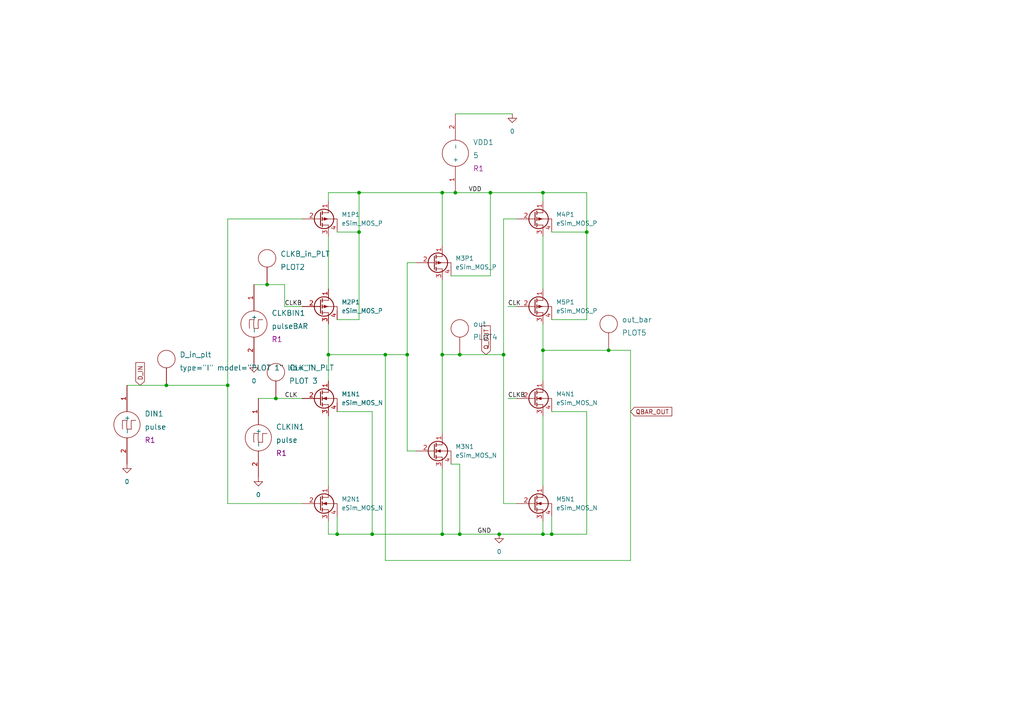
<source format=kicad_sch>
(kicad_sch (version 20211123) (generator eeschema)

  (uuid 143f7664-cd1a-4384-82f7-093cac5bfd7a)

  (paper "A4")

  (lib_symbols
    (symbol "eSim_Devices:eSim_MOS_N" (pin_names (offset 0) hide) (in_bom yes) (on_board yes)
      (property "Reference" "M" (id 0) (at 0 -3.81 0)
        (effects (font (size 1.27 1.27)) (justify right))
      )
      (property "Value" "eSim_MOS_N" (id 1) (at 2.54 -1.27 0)
        (effects (font (size 1.27 1.27)) (justify right))
      )
      (property "Footprint" "" (id 2) (at 7.62 -7.62 0)
        (effects (font (size 0.7366 0.7366)))
      )
      (property "Datasheet" "" (id 3) (at 2.54 -5.08 0)
        (effects (font (size 1.524 1.524)))
      )
      (symbol "eSim_MOS_N_0_1"
        (polyline
          (pts
            (xy 3.302 -7.366)
            (xy 3.302 -6.35)
          )
          (stroke (width 0.254) (type default) (color 0 0 0 0))
          (fill (type none))
        )
        (polyline
          (pts
            (xy 3.302 -6.858)
            (xy 5.08 -6.858)
          )
          (stroke (width 0) (type default) (color 0 0 0 0))
          (fill (type none))
        )
        (polyline
          (pts
            (xy 3.302 -5.588)
            (xy 3.302 -4.572)
          )
          (stroke (width 0.254) (type default) (color 0 0 0 0))
          (fill (type none))
        )
        (polyline
          (pts
            (xy 3.302 -5.08)
            (xy 5.08 -5.08)
          )
          (stroke (width 0) (type default) (color 0 0 0 0))
          (fill (type none))
        )
        (polyline
          (pts
            (xy 3.302 -3.81)
            (xy 3.302 -2.794)
          )
          (stroke (width 0.254) (type default) (color 0 0 0 0))
          (fill (type none))
        )
        (polyline
          (pts
            (xy 3.302 -3.302)
            (xy 5.08 -3.302)
          )
          (stroke (width 0) (type default) (color 0 0 0 0))
          (fill (type none))
        )
        (polyline
          (pts
            (xy 5.08 -7.62)
            (xy 5.08 -6.858)
          )
          (stroke (width 0) (type default) (color 0 0 0 0))
          (fill (type none))
        )
        (polyline
          (pts
            (xy 5.08 -3.302)
            (xy 5.08 -2.54)
          )
          (stroke (width 0) (type default) (color 0 0 0 0))
          (fill (type none))
        )
        (polyline
          (pts
            (xy 2.794 -6.985)
            (xy 2.794 -3.175)
            (xy 2.794 -3.175)
          )
          (stroke (width 0.254) (type default) (color 0 0 0 0))
          (fill (type none))
        )
        (polyline
          (pts
            (xy 5.08 -5.08)
            (xy 7.62 -5.08)
            (xy 7.62 -6.35)
          )
          (stroke (width 0) (type default) (color 0 0 0 0))
          (fill (type none))
        )
        (polyline
          (pts
            (xy 3.556 -5.08)
            (xy 4.572 -5.461)
            (xy 4.572 -4.699)
            (xy 3.556 -5.08)
          )
          (stroke (width 0) (type default) (color 0 0 0 0))
          (fill (type outline))
        )
        (circle (center 3.81 -5.08) (radius 2.8194)
          (stroke (width 0.254) (type default) (color 0 0 0 0))
          (fill (type none))
        )
      )
      (symbol "eSim_MOS_N_1_1"
        (pin passive line (at 5.08 0 270) (length 2.54)
          (name "D" (effects (font (size 1.27 1.27))))
          (number "1" (effects (font (size 1.27 1.27))))
        )
        (pin passive line (at -2.54 -5.08 0) (length 5.334)
          (name "G" (effects (font (size 1.27 1.27))))
          (number "2" (effects (font (size 1.27 1.27))))
        )
        (pin passive line (at 5.08 -10.16 90) (length 2.54)
          (name "S" (effects (font (size 1.27 1.27))))
          (number "3" (effects (font (size 1.27 1.27))))
        )
        (pin passive line (at 7.62 -8.89 90) (length 2.4892)
          (name "B" (effects (font (size 1.1938 1.1938))))
          (number "4" (effects (font (size 1.1938 1.1938))))
        )
      )
    )
    (symbol "eSim_Devices:eSim_MOS_P" (pin_names (offset 0) hide) (in_bom yes) (on_board yes)
      (property "Reference" "M" (id 0) (at -1.27 1.27 0)
        (effects (font (size 1.27 1.27)) (justify right))
      )
      (property "Value" "eSim_MOS_P" (id 1) (at 1.27 3.81 0)
        (effects (font (size 1.27 1.27)) (justify right))
      )
      (property "Footprint" "" (id 2) (at 6.35 2.54 0)
        (effects (font (size 0.7366 0.7366)))
      )
      (property "Datasheet" "" (id 3) (at 1.27 0 0)
        (effects (font (size 1.524 1.524)))
      )
      (symbol "eSim_MOS_P_0_1"
        (polyline
          (pts
            (xy 2.032 -1.778)
            (xy 3.81 -1.778)
          )
          (stroke (width 0) (type default) (color 0 0 0 0))
          (fill (type none))
        )
        (polyline
          (pts
            (xy 2.032 -1.27)
            (xy 2.032 -2.286)
          )
          (stroke (width 0.254) (type default) (color 0 0 0 0))
          (fill (type none))
        )
        (polyline
          (pts
            (xy 2.032 0)
            (xy 3.81 0)
          )
          (stroke (width 0) (type default) (color 0 0 0 0))
          (fill (type none))
        )
        (polyline
          (pts
            (xy 2.032 0.508)
            (xy 2.032 -0.508)
          )
          (stroke (width 0.254) (type default) (color 0 0 0 0))
          (fill (type none))
        )
        (polyline
          (pts
            (xy 2.032 1.778)
            (xy 3.81 1.778)
          )
          (stroke (width 0) (type default) (color 0 0 0 0))
          (fill (type none))
        )
        (polyline
          (pts
            (xy 2.032 2.286)
            (xy 2.032 1.27)
          )
          (stroke (width 0.254) (type default) (color 0 0 0 0))
          (fill (type none))
        )
        (polyline
          (pts
            (xy 3.81 -1.778)
            (xy 3.81 -2.54)
          )
          (stroke (width 0) (type default) (color 0 0 0 0))
          (fill (type none))
        )
        (polyline
          (pts
            (xy 3.81 2.54)
            (xy 3.81 1.778)
          )
          (stroke (width 0) (type default) (color 0 0 0 0))
          (fill (type none))
        )
        (polyline
          (pts
            (xy 1.524 1.905)
            (xy 1.524 -1.905)
            (xy 1.524 -1.905)
          )
          (stroke (width 0.254) (type default) (color 0 0 0 0))
          (fill (type none))
        )
        (polyline
          (pts
            (xy 3.81 0)
            (xy 6.35 0)
            (xy 6.35 -1.27)
          )
          (stroke (width 0) (type default) (color 0 0 0 0))
          (fill (type none))
        )
        (polyline
          (pts
            (xy 3.556 0)
            (xy 2.54 -0.381)
            (xy 2.54 0.381)
            (xy 3.556 0)
          )
          (stroke (width 0) (type default) (color 0 0 0 0))
          (fill (type outline))
        )
        (circle (center 2.54 0) (radius 2.8194)
          (stroke (width 0.254) (type default) (color 0 0 0 0))
          (fill (type none))
        )
      )
      (symbol "eSim_MOS_P_1_1"
        (pin passive line (at 3.81 5.08 270) (length 2.54)
          (name "D" (effects (font (size 1.27 1.27))))
          (number "1" (effects (font (size 1.27 1.27))))
        )
        (pin passive line (at -3.81 0 0) (length 5.334)
          (name "G" (effects (font (size 1.27 1.27))))
          (number "2" (effects (font (size 1.27 1.27))))
        )
        (pin passive line (at 3.81 -5.08 90) (length 2.54)
          (name "S" (effects (font (size 1.27 1.27))))
          (number "3" (effects (font (size 1.27 1.27))))
        )
        (pin passive line (at 6.35 -3.81 90) (length 2.54)
          (name "B" (effects (font (size 1.27 1.27))))
          (number "4" (effects (font (size 1.27 1.27))))
        )
      )
    )
    (symbol "eSim_Plot:plot_v1" (pin_names (offset 1.016)) (in_bom yes) (on_board yes)
      (property "Reference" "U" (id 0) (at 0 12.7 0)
        (effects (font (size 1.524 1.524)))
      )
      (property "Value" "plot_v1" (id 1) (at 5.08 8.89 0)
        (effects (font (size 1.524 1.524)))
      )
      (property "Footprint" "" (id 2) (at 0 0 0)
        (effects (font (size 1.524 1.524)))
      )
      (property "Datasheet" "" (id 3) (at 0 0 0)
        (effects (font (size 1.524 1.524)))
      )
      (symbol "plot_v1_0_1"
        (circle (center 0 12.7) (radius 2.54)
          (stroke (width 0) (type default) (color 0 0 0 0))
          (fill (type none))
        )
      )
      (symbol "plot_v1_1_1"
        (pin input line (at 0 5.08 90) (length 5.08)
          (name "~" (effects (font (size 1.27 1.27))))
          (number "~" (effects (font (size 1.27 1.27))))
        )
      )
    )
    (symbol "eSim_Power:eSim_GND" (power) (pin_names (offset 0)) (in_bom yes) (on_board yes)
      (property "Reference" "#PWR" (id 0) (at 0 -6.35 0)
        (effects (font (size 1.27 1.27)) hide)
      )
      (property "Value" "eSim_GND" (id 1) (at 0 -3.81 0)
        (effects (font (size 1.27 1.27)))
      )
      (property "Footprint" "" (id 2) (at 0 0 0)
        (effects (font (size 1.27 1.27)) hide)
      )
      (property "Datasheet" "" (id 3) (at 0 0 0)
        (effects (font (size 1.27 1.27)) hide)
      )
      (symbol "eSim_GND_0_1"
        (polyline
          (pts
            (xy 0 0)
            (xy 0 -1.27)
            (xy 1.27 -1.27)
            (xy 0 -2.54)
            (xy -1.27 -1.27)
            (xy 0 -1.27)
          )
          (stroke (width 0) (type default) (color 0 0 0 0))
          (fill (type none))
        )
      )
      (symbol "eSim_GND_1_1"
        (pin power_in line (at 0 0 270) (length 0) hide
          (name "GND" (effects (font (size 1.27 1.27))))
          (number "1" (effects (font (size 1.27 1.27))))
        )
      )
    )
    (symbol "eSim_Sources:DC" (pin_names (offset 1.016)) (in_bom yes) (on_board yes)
      (property "Reference" "v" (id 0) (at -5.08 2.54 0)
        (effects (font (size 1.524 1.524)))
      )
      (property "Value" "DC" (id 1) (at -5.08 -1.27 0)
        (effects (font (size 1.524 1.524)))
      )
      (property "Footprint" "R1" (id 2) (at -7.62 0 0)
        (effects (font (size 1.524 1.524)))
      )
      (property "Datasheet" "" (id 3) (at 0 0 0)
        (effects (font (size 1.524 1.524)))
      )
      (property "ki_fp_filters" "1_pin" (id 4) (at 0 0 0)
        (effects (font (size 1.27 1.27)) hide)
      )
      (symbol "DC_0_1"
        (circle (center 0 0) (radius 3.81)
          (stroke (width 0) (type default) (color 0 0 0 0))
          (fill (type none))
        )
      )
      (symbol "DC_1_1"
        (pin power_out line (at 0 11.43 270) (length 7.62)
          (name "+" (effects (font (size 1.27 1.27))))
          (number "1" (effects (font (size 1.27 1.27))))
        )
        (pin power_out line (at 0 -11.43 90) (length 7.62)
          (name "-" (effects (font (size 1.27 1.27))))
          (number "2" (effects (font (size 1.27 1.27))))
        )
      )
    )
    (symbol "eSim_Sources:pulse" (pin_names (offset 1.016)) (in_bom yes) (on_board yes)
      (property "Reference" "v" (id 0) (at -5.08 2.54 0)
        (effects (font (size 1.524 1.524)))
      )
      (property "Value" "pulse" (id 1) (at -5.08 -1.27 0)
        (effects (font (size 1.524 1.524)))
      )
      (property "Footprint" "R1" (id 2) (at -7.62 0 0)
        (effects (font (size 1.524 1.524)))
      )
      (property "Datasheet" "" (id 3) (at 0 0 0)
        (effects (font (size 1.524 1.524)))
      )
      (property "ki_fp_filters" "1_pin" (id 4) (at 0 0 0)
        (effects (font (size 1.27 1.27)) hide)
      )
      (symbol "pulse_0_1"
        (arc (start -1.27 1.27) (mid -1.3491 0) (end -1.27 -1.27)
          (stroke (width 0) (type default) (color 0 0 0 0))
          (fill (type none))
        )
        (arc (start 0 -1.27) (mid 0.635 -1.2876) (end 1.27 -1.27)
          (stroke (width 0) (type default) (color 0 0 0 0))
          (fill (type none))
        )
        (circle (center 0 0) (radius 3.81)
          (stroke (width 0) (type default) (color 0 0 0 0))
          (fill (type none))
        )
        (arc (start 0 1.27) (mid -0.635 1.2859) (end -1.27 1.27)
          (stroke (width 0) (type default) (color 0 0 0 0))
          (fill (type none))
        )
        (arc (start 0 1.27) (mid -0.0703 0) (end 0 -1.27)
          (stroke (width 0) (type default) (color 0 0 0 0))
          (fill (type none))
        )
        (arc (start 1.27 1.27) (mid 1.2124 0) (end 1.27 -1.27)
          (stroke (width 0) (type default) (color 0 0 0 0))
          (fill (type none))
        )
        (arc (start 1.27 1.27) (mid 1.905 1.2556) (end 2.54 1.27)
          (stroke (width 0) (type default) (color 0 0 0 0))
          (fill (type none))
        )
      )
      (symbol "pulse_1_1"
        (pin passive line (at 0 11.43 270) (length 7.62)
          (name "+" (effects (font (size 1.27 1.27))))
          (number "1" (effects (font (size 1.27 1.27))))
        )
        (pin passive line (at 0 -11.43 90) (length 7.62)
          (name "-" (effects (font (size 1.27 1.27))))
          (number "2" (effects (font (size 1.27 1.27))))
        )
      )
    )
  )


  (junction (at 104.14 55.88) (diameter 0) (color 0 0 0 0)
    (uuid 00528f4c-d375-43c3-beb8-b30ae67fd959)
  )
  (junction (at 97.79 154.94) (diameter 0) (color 0 0 0 0)
    (uuid 040c4518-1740-4f34-8d33-97c43307eda5)
  )
  (junction (at 146.05 102.87) (diameter 0) (color 0 0 0 0)
    (uuid 120e5c53-b715-4015-8ac9-4699e131e09e)
  )
  (junction (at 104.14 67.31) (diameter 0) (color 0 0 0 0)
    (uuid 1220c9ae-9aba-4f68-b139-9b0dafb79d37)
  )
  (junction (at 157.48 101.6) (diameter 0) (color 0 0 0 0)
    (uuid 1c2ee982-1a9f-41c8-a415-bc1c11f9c8b7)
  )
  (junction (at 133.35 102.87) (diameter 0) (color 0 0 0 0)
    (uuid 26ca8dda-bb0f-4a27-8709-9ae37920dccb)
  )
  (junction (at 77.47 82.55) (diameter 0) (color 0 0 0 0)
    (uuid 29696c10-b82e-440e-9e35-52ca58bff011)
  )
  (junction (at 48.26 111.76) (diameter 0) (color 0 0 0 0)
    (uuid 393dfb75-862f-4518-9c31-1abc74e40ca5)
  )
  (junction (at 170.18 67.31) (diameter 0) (color 0 0 0 0)
    (uuid 3ac0bac5-bb53-46ee-b9b2-cfa869f1a69c)
  )
  (junction (at 95.25 102.87) (diameter 0) (color 0 0 0 0)
    (uuid 4aa1599f-6f00-4a15-915f-454cd380224d)
  )
  (junction (at 157.48 55.88) (diameter 0) (color 0 0 0 0)
    (uuid 524bc97c-627d-484e-9b29-973134ac85f2)
  )
  (junction (at 80.01 115.57) (diameter 0) (color 0 0 0 0)
    (uuid 57e440a5-99b7-4292-b042-b1a1739b9c84)
  )
  (junction (at 144.78 154.94) (diameter 0) (color 0 0 0 0)
    (uuid 5ac8ea3f-2392-4bb0-a4cc-6d2bd116de5c)
  )
  (junction (at 133.35 154.94) (diameter 0) (color 0 0 0 0)
    (uuid 5ca0c7c4-c72d-4c58-becb-f8c846db777f)
  )
  (junction (at 128.27 154.94) (diameter 0) (color 0 0 0 0)
    (uuid 647d7f0f-fd0c-4fa3-8f91-f6d5e94b6fdc)
  )
  (junction (at 132.08 55.88) (diameter 0) (color 0 0 0 0)
    (uuid 69f79c59-eb58-4832-ae54-c4d159926c0e)
  )
  (junction (at 176.53 101.6) (diameter 0) (color 0 0 0 0)
    (uuid 77cb96c9-07f1-4eb1-a8ba-1c1ede76d2a2)
  )
  (junction (at 142.24 55.88) (diameter 0) (color 0 0 0 0)
    (uuid 9095036e-0202-4dc4-a6f4-7080852b7608)
  )
  (junction (at 107.95 154.94) (diameter 0) (color 0 0 0 0)
    (uuid a72bf48b-95e4-4d81-a9df-d39471b3f0bc)
  )
  (junction (at 66.04 111.76) (diameter 0) (color 0 0 0 0)
    (uuid b5f68bb6-6aff-4bd7-b9f3-2f17a7fda983)
  )
  (junction (at 160.02 154.94) (diameter 0) (color 0 0 0 0)
    (uuid bd86a9ed-24d6-43e8-8fe8-90cf0af3df4a)
  )
  (junction (at 118.11 102.87) (diameter 0) (color 0 0 0 0)
    (uuid cbb888e9-9138-4529-9053-c779609e90a0)
  )
  (junction (at 128.27 102.87) (diameter 0) (color 0 0 0 0)
    (uuid d3697d15-b317-4b25-9859-c50bb9b623f6)
  )
  (junction (at 111.76 102.87) (diameter 0) (color 0 0 0 0)
    (uuid d4169d7f-ca32-43e5-bd1c-15e10ef33851)
  )
  (junction (at 157.48 154.94) (diameter 0) (color 0 0 0 0)
    (uuid ee6d51a3-9a56-47b4-8aee-75366546467b)
  )
  (junction (at 128.27 55.88) (diameter 0) (color 0 0 0 0)
    (uuid fb09501a-5099-43cc-b52f-227d13711877)
  )

  (wire (pts (xy 104.14 67.31) (xy 104.14 92.71))
    (stroke (width 0) (type default) (color 0 0 0 0))
    (uuid 006d5c4d-6fc2-4b6e-b984-44d955bbe113)
  )
  (wire (pts (xy 176.53 101.6) (xy 157.48 101.6))
    (stroke (width 0) (type default) (color 0 0 0 0))
    (uuid 07dd22dc-49e1-4000-990c-dd0aadae920e)
  )
  (wire (pts (xy 157.48 55.88) (xy 170.18 55.88))
    (stroke (width 0) (type default) (color 0 0 0 0))
    (uuid 09d96c6b-2b37-4e69-80bb-d79e8042f8fe)
  )
  (wire (pts (xy 95.25 151.13) (xy 95.25 154.94))
    (stroke (width 0) (type default) (color 0 0 0 0))
    (uuid 0b83d7f1-4b4b-4cb7-ba90-6dd8c341a6c8)
  )
  (wire (pts (xy 95.25 58.42) (xy 95.25 55.88))
    (stroke (width 0) (type default) (color 0 0 0 0))
    (uuid 0d0f5e66-9d2f-4d59-a02e-a3d0e02dd8e1)
  )
  (wire (pts (xy 104.14 55.88) (xy 104.14 67.31))
    (stroke (width 0) (type default) (color 0 0 0 0))
    (uuid 0f3c9d89-6e2c-490c-a6a8-52f518ec556e)
  )
  (wire (pts (xy 107.95 119.38) (xy 107.95 154.94))
    (stroke (width 0) (type default) (color 0 0 0 0))
    (uuid 1558263a-86c7-4341-b593-222105dd354d)
  )
  (wire (pts (xy 133.35 154.94) (xy 144.78 154.94))
    (stroke (width 0) (type default) (color 0 0 0 0))
    (uuid 1cdc7814-1d40-4b49-b1b4-d5d55349357b)
  )
  (wire (pts (xy 82.55 88.9) (xy 87.63 88.9))
    (stroke (width 0) (type default) (color 0 0 0 0))
    (uuid 20d6b643-4e0c-4ce8-8184-9b560ec07ff5)
  )
  (wire (pts (xy 95.25 93.98) (xy 95.25 102.87))
    (stroke (width 0) (type default) (color 0 0 0 0))
    (uuid 2251b8d8-88f2-41f5-83b5-190003fc9e12)
  )
  (wire (pts (xy 132.08 33.02) (xy 148.59 33.02))
    (stroke (width 0) (type default) (color 0 0 0 0))
    (uuid 27e5e269-2c1e-4ecc-a3cb-a11d0236abd1)
  )
  (wire (pts (xy 95.25 102.87) (xy 111.76 102.87))
    (stroke (width 0) (type default) (color 0 0 0 0))
    (uuid 28379d37-3485-4e5d-93ad-1ac6afab998e)
  )
  (wire (pts (xy 48.26 111.76) (xy 66.04 111.76))
    (stroke (width 0) (type default) (color 0 0 0 0))
    (uuid 29803fa2-4324-46af-9245-a9b5b54ffe16)
  )
  (wire (pts (xy 118.11 76.2) (xy 118.11 102.87))
    (stroke (width 0) (type default) (color 0 0 0 0))
    (uuid 2b62242b-0372-4f49-8bf3-5f2a147b236b)
  )
  (wire (pts (xy 170.18 55.88) (xy 170.18 67.31))
    (stroke (width 0) (type default) (color 0 0 0 0))
    (uuid 2e4dce3e-e3ef-4de7-90b8-469c21be2247)
  )
  (wire (pts (xy 97.79 119.38) (xy 107.95 119.38))
    (stroke (width 0) (type default) (color 0 0 0 0))
    (uuid 32933e42-5c7c-455d-9dfa-94398997559d)
  )
  (wire (pts (xy 97.79 149.86) (xy 97.79 154.94))
    (stroke (width 0) (type default) (color 0 0 0 0))
    (uuid 334cf456-f6f5-4fcc-a042-9a8f0d4b8521)
  )
  (wire (pts (xy 160.02 92.71) (xy 170.18 92.71))
    (stroke (width 0) (type default) (color 0 0 0 0))
    (uuid 3941144e-c270-4f00-a9be-64eb1463b844)
  )
  (wire (pts (xy 128.27 55.88) (xy 128.27 71.12))
    (stroke (width 0) (type default) (color 0 0 0 0))
    (uuid 3a818981-c0a3-4cf9-b06b-77cbdf50903c)
  )
  (wire (pts (xy 147.32 88.9) (xy 149.86 88.9))
    (stroke (width 0) (type default) (color 0 0 0 0))
    (uuid 3de46de8-bae8-40a6-985c-f636d5873623)
  )
  (wire (pts (xy 160.02 154.94) (xy 170.18 154.94))
    (stroke (width 0) (type default) (color 0 0 0 0))
    (uuid 3e269e45-a56e-4e39-9bb1-210088b27891)
  )
  (wire (pts (xy 144.78 154.94) (xy 157.48 154.94))
    (stroke (width 0) (type default) (color 0 0 0 0))
    (uuid 3ebece0e-9213-4c71-83b1-12591db0f728)
  )
  (wire (pts (xy 142.24 80.01) (xy 142.24 55.88))
    (stroke (width 0) (type default) (color 0 0 0 0))
    (uuid 4e3e8480-5408-404c-9708-36db03e05daf)
  )
  (wire (pts (xy 149.86 63.5) (xy 146.05 63.5))
    (stroke (width 0) (type default) (color 0 0 0 0))
    (uuid 4f079269-bd15-4300-a1ca-9b0fbde656fc)
  )
  (wire (pts (xy 95.25 55.88) (xy 104.14 55.88))
    (stroke (width 0) (type default) (color 0 0 0 0))
    (uuid 4f26cadd-c447-4cd8-b7ea-df8d0cb77fe2)
  )
  (wire (pts (xy 182.88 101.6) (xy 176.53 101.6))
    (stroke (width 0) (type default) (color 0 0 0 0))
    (uuid 521781a3-3231-41cb-a0ea-ed3d18cbd358)
  )
  (wire (pts (xy 80.01 115.57) (xy 87.63 115.57))
    (stroke (width 0) (type default) (color 0 0 0 0))
    (uuid 5751b1a0-9baa-4b14-b742-2989c2608d70)
  )
  (wire (pts (xy 157.48 154.94) (xy 160.02 154.94))
    (stroke (width 0) (type default) (color 0 0 0 0))
    (uuid 577a8520-44dd-4134-ba7f-035abe338db0)
  )
  (wire (pts (xy 157.48 120.65) (xy 157.48 140.97))
    (stroke (width 0) (type default) (color 0 0 0 0))
    (uuid 57f4e1e6-fa59-4835-bc54-05caa71b1639)
  )
  (wire (pts (xy 160.02 67.31) (xy 170.18 67.31))
    (stroke (width 0) (type default) (color 0 0 0 0))
    (uuid 59bd0972-fe37-4f94-b17a-0957d7b7a966)
  )
  (wire (pts (xy 97.79 92.71) (xy 104.14 92.71))
    (stroke (width 0) (type default) (color 0 0 0 0))
    (uuid 5c477fd2-269b-43e4-abd7-c72f96bb9bd9)
  )
  (wire (pts (xy 104.14 55.88) (xy 128.27 55.88))
    (stroke (width 0) (type default) (color 0 0 0 0))
    (uuid 5e282d2a-6d8d-45c2-a87a-af82ab608fed)
  )
  (wire (pts (xy 95.25 102.87) (xy 95.25 110.49))
    (stroke (width 0) (type default) (color 0 0 0 0))
    (uuid 5e6a0abb-f392-4ddd-87e1-09fa2ef35b5d)
  )
  (wire (pts (xy 128.27 135.89) (xy 128.27 154.94))
    (stroke (width 0) (type default) (color 0 0 0 0))
    (uuid 5ed75c4b-21d6-44b1-bb62-98abb8ab2b67)
  )
  (wire (pts (xy 118.11 102.87) (xy 118.11 130.81))
    (stroke (width 0) (type default) (color 0 0 0 0))
    (uuid 5f9a3613-b082-4d9f-82c1-2cdad1faf0db)
  )
  (wire (pts (xy 95.25 120.65) (xy 95.25 140.97))
    (stroke (width 0) (type default) (color 0 0 0 0))
    (uuid 675f01c5-ad15-4e72-9b51-028dcd82b122)
  )
  (wire (pts (xy 160.02 119.38) (xy 170.18 119.38))
    (stroke (width 0) (type default) (color 0 0 0 0))
    (uuid 6771a706-3c63-4c08-a2d8-397491f48394)
  )
  (wire (pts (xy 157.48 101.6) (xy 157.48 110.49))
    (stroke (width 0) (type default) (color 0 0 0 0))
    (uuid 692a9131-5fe9-4483-b069-cfac0bbc50de)
  )
  (wire (pts (xy 157.48 55.88) (xy 157.48 58.42))
    (stroke (width 0) (type default) (color 0 0 0 0))
    (uuid 6f96ceda-68d0-4db0-b049-6b99f24bb896)
  )
  (wire (pts (xy 82.55 88.9) (xy 82.55 82.55))
    (stroke (width 0) (type default) (color 0 0 0 0))
    (uuid 70519ff5-785a-49b6-acd2-75b74c99d941)
  )
  (wire (pts (xy 170.18 119.38) (xy 170.18 154.94))
    (stroke (width 0) (type default) (color 0 0 0 0))
    (uuid 7133fe16-676b-4e3a-b979-7f3dfd79727f)
  )
  (wire (pts (xy 146.05 146.05) (xy 149.86 146.05))
    (stroke (width 0) (type default) (color 0 0 0 0))
    (uuid 7f1c1eb0-ce1b-47a2-9652-bf24ace7da58)
  )
  (wire (pts (xy 82.55 82.55) (xy 77.47 82.55))
    (stroke (width 0) (type default) (color 0 0 0 0))
    (uuid 8304ccd9-090d-410e-b633-c7212c9008ae)
  )
  (wire (pts (xy 120.65 76.2) (xy 118.11 76.2))
    (stroke (width 0) (type default) (color 0 0 0 0))
    (uuid 836f2dd0-bf2e-4b94-9dd2-46688dae54fb)
  )
  (wire (pts (xy 111.76 102.87) (xy 111.76 162.56))
    (stroke (width 0) (type default) (color 0 0 0 0))
    (uuid 83bc60a4-b655-4435-9799-4777b3625365)
  )
  (wire (pts (xy 160.02 149.86) (xy 160.02 154.94))
    (stroke (width 0) (type default) (color 0 0 0 0))
    (uuid 85f07f67-03af-4250-89c1-c1d444b81ce4)
  )
  (wire (pts (xy 66.04 111.76) (xy 66.04 146.05))
    (stroke (width 0) (type default) (color 0 0 0 0))
    (uuid 8a8135ef-8451-44c0-b576-04253dc98fce)
  )
  (wire (pts (xy 182.88 162.56) (xy 182.88 101.6))
    (stroke (width 0) (type default) (color 0 0 0 0))
    (uuid 91f031dc-2906-4af6-a981-f0d158c5a093)
  )
  (wire (pts (xy 107.95 154.94) (xy 128.27 154.94))
    (stroke (width 0) (type default) (color 0 0 0 0))
    (uuid 95b1bd4b-5983-4d3b-bb78-55d210d7be47)
  )
  (wire (pts (xy 130.81 134.62) (xy 133.35 134.62))
    (stroke (width 0) (type default) (color 0 0 0 0))
    (uuid 9666096d-1732-49cf-8aa5-a0284c2bfde2)
  )
  (wire (pts (xy 146.05 63.5) (xy 146.05 102.87))
    (stroke (width 0) (type default) (color 0 0 0 0))
    (uuid 98f0fbdc-c9eb-437f-8aa7-1daf5b9020a5)
  )
  (wire (pts (xy 128.27 81.28) (xy 128.27 102.87))
    (stroke (width 0) (type default) (color 0 0 0 0))
    (uuid 9dcf507b-3514-49c1-bb48-e62c6a97657b)
  )
  (wire (pts (xy 74.93 115.57) (xy 80.01 115.57))
    (stroke (width 0) (type default) (color 0 0 0 0))
    (uuid 9f6410b2-403a-45cf-8765-68bbca36bdc2)
  )
  (wire (pts (xy 36.83 111.76) (xy 48.26 111.76))
    (stroke (width 0) (type default) (color 0 0 0 0))
    (uuid 9f64c669-704c-440e-88fb-d32a4a96ac0e)
  )
  (wire (pts (xy 97.79 154.94) (xy 107.95 154.94))
    (stroke (width 0) (type default) (color 0 0 0 0))
    (uuid a0066ab1-27bd-468d-90aa-822535efa088)
  )
  (wire (pts (xy 66.04 63.5) (xy 66.04 111.76))
    (stroke (width 0) (type default) (color 0 0 0 0))
    (uuid a1d43fae-06dc-4e1d-a27d-0f5bf21987bb)
  )
  (wire (pts (xy 77.47 82.55) (xy 73.66 82.55))
    (stroke (width 0) (type default) (color 0 0 0 0))
    (uuid a30c75b1-9284-4b34-8223-d07e87a3dee5)
  )
  (wire (pts (xy 128.27 102.87) (xy 128.27 125.73))
    (stroke (width 0) (type default) (color 0 0 0 0))
    (uuid a834e517-47e5-4f67-ba76-a455752ab36d)
  )
  (wire (pts (xy 142.24 55.88) (xy 157.48 55.88))
    (stroke (width 0) (type default) (color 0 0 0 0))
    (uuid aa131778-65ed-43c4-8a64-bec1e27f1da9)
  )
  (wire (pts (xy 95.25 68.58) (xy 95.25 83.82))
    (stroke (width 0) (type default) (color 0 0 0 0))
    (uuid ae4a25ab-9898-45de-b350-710b2652991c)
  )
  (wire (pts (xy 157.48 151.13) (xy 157.48 154.94))
    (stroke (width 0) (type default) (color 0 0 0 0))
    (uuid b3082645-c2e5-43d2-a7c0-b5d90a85e134)
  )
  (wire (pts (xy 157.48 93.98) (xy 157.48 101.6))
    (stroke (width 0) (type default) (color 0 0 0 0))
    (uuid baa093cd-36fd-41cf-ac20-66fcee913ecd)
  )
  (wire (pts (xy 111.76 162.56) (xy 182.88 162.56))
    (stroke (width 0) (type default) (color 0 0 0 0))
    (uuid bd29de53-d2e9-4665-a498-00b8bfe92583)
  )
  (wire (pts (xy 130.81 80.01) (xy 142.24 80.01))
    (stroke (width 0) (type default) (color 0 0 0 0))
    (uuid bf4c80a1-4433-43d4-aa13-eb2cfe354a0b)
  )
  (wire (pts (xy 87.63 63.5) (xy 66.04 63.5))
    (stroke (width 0) (type default) (color 0 0 0 0))
    (uuid bfa86d51-5198-48ea-ac74-1a24d1386ce7)
  )
  (wire (pts (xy 95.25 154.94) (xy 97.79 154.94))
    (stroke (width 0) (type default) (color 0 0 0 0))
    (uuid c16453ea-1a79-4804-b925-8c3616f4f706)
  )
  (wire (pts (xy 132.08 55.88) (xy 142.24 55.88))
    (stroke (width 0) (type default) (color 0 0 0 0))
    (uuid cd79142f-38fb-4c7f-8e3b-018853f2b4e4)
  )
  (wire (pts (xy 66.04 146.05) (xy 87.63 146.05))
    (stroke (width 0) (type default) (color 0 0 0 0))
    (uuid ce3bbd94-34a9-4beb-95f0-1b9f90677a0e)
  )
  (wire (pts (xy 147.32 115.57) (xy 149.86 115.57))
    (stroke (width 0) (type default) (color 0 0 0 0))
    (uuid d0b80f75-fc5a-47f4-88d6-ea5b60aff775)
  )
  (wire (pts (xy 157.48 68.58) (xy 157.48 83.82))
    (stroke (width 0) (type default) (color 0 0 0 0))
    (uuid d0d50815-5117-41ab-a752-50423984b582)
  )
  (wire (pts (xy 111.76 102.87) (xy 118.11 102.87))
    (stroke (width 0) (type default) (color 0 0 0 0))
    (uuid d0e3c746-52eb-4765-bfa9-9b11b991a2e8)
  )
  (wire (pts (xy 128.27 154.94) (xy 133.35 154.94))
    (stroke (width 0) (type default) (color 0 0 0 0))
    (uuid d58961c9-7538-4ce9-9fb2-c2b5c7cb8e8f)
  )
  (wire (pts (xy 133.35 102.87) (xy 146.05 102.87))
    (stroke (width 0) (type default) (color 0 0 0 0))
    (uuid d716ab90-f9fd-499a-a37a-3b57b711dcc4)
  )
  (wire (pts (xy 133.35 134.62) (xy 133.35 154.94))
    (stroke (width 0) (type default) (color 0 0 0 0))
    (uuid e094f5e3-0fa0-4f83-a46f-82a4d4dbcb74)
  )
  (wire (pts (xy 170.18 67.31) (xy 170.18 92.71))
    (stroke (width 0) (type default) (color 0 0 0 0))
    (uuid f43cd397-813f-4fe9-af74-c0a780971933)
  )
  (wire (pts (xy 128.27 102.87) (xy 133.35 102.87))
    (stroke (width 0) (type default) (color 0 0 0 0))
    (uuid f5287c9f-c7cc-430f-bf8b-613ce1fcc4eb)
  )
  (wire (pts (xy 118.11 130.81) (xy 120.65 130.81))
    (stroke (width 0) (type default) (color 0 0 0 0))
    (uuid fa315eb6-d58d-4b0c-9696-e8bddf2583e0)
  )
  (wire (pts (xy 128.27 55.88) (xy 132.08 55.88))
    (stroke (width 0) (type default) (color 0 0 0 0))
    (uuid fca79ee1-b97e-4811-b92d-c4765d15a39e)
  )
  (wire (pts (xy 146.05 102.87) (xy 146.05 146.05))
    (stroke (width 0) (type default) (color 0 0 0 0))
    (uuid fd8c5aa5-2a1f-4a42-b59a-6b6b507cbf1c)
  )
  (wire (pts (xy 97.79 67.31) (xy 104.14 67.31))
    (stroke (width 0) (type default) (color 0 0 0 0))
    (uuid febd63b4-24e1-4635-bba8-0e3943cd704b)
  )

  (label "CLKB" (at 147.32 115.57 0)
    (effects (font (size 1.27 1.27)) (justify left bottom))
    (uuid 068a42eb-4824-45b2-af0d-e5dab8244ba5)
  )
  (label "VDD" (at 135.89 55.88 0)
    (effects (font (size 1.27 1.27)) (justify left bottom))
    (uuid 3929f6d5-d85a-4316-b1d2-85e19a17f705)
  )
  (label "CLK" (at 82.55 115.57 0)
    (effects (font (size 1.27 1.27)) (justify left bottom))
    (uuid 888e083f-09fb-4c7d-9c84-339c54565d80)
  )
  (label "CLK" (at 147.32 88.9 0)
    (effects (font (size 1.27 1.27)) (justify left bottom))
    (uuid e04b4ffa-a2f1-45c6-b8f9-6bdfbc373a8e)
  )
  (label "CLKB" (at 82.55 88.9 0)
    (effects (font (size 1.27 1.27)) (justify left bottom))
    (uuid f293c25b-f8eb-4e88-a5f5-20ad4e404f69)
  )
  (label "GND" (at 138.43 154.94 0)
    (effects (font (size 1.27 1.27)) (justify left bottom))
    (uuid f4de00ea-f5f2-497f-96c7-874ca5b71669)
  )

  (global_label "D_IN" (shape input) (at 40.64 111.76 90) (fields_autoplaced)
    (effects (font (size 1.27 1.27)) (justify left))
    (uuid a6600bc3-5af2-4072-8bdb-4b07709635c2)
    (property "Intersheet References" "${INTERSHEET_REFS}" (id 0) (at 40.5606 105.174 90)
      (effects (font (size 1.27 1.27)) (justify left) hide)
    )
  )
  (global_label "Q_OUT" (shape input) (at 140.97 102.87 90) (fields_autoplaced)
    (effects (font (size 1.27 1.27)) (justify left))
    (uuid a7f4993b-6028-4443-9619-5f921a27236b)
    (property "Intersheet References" "${INTERSHEET_REFS}" (id 0) (at 140.8906 94.5302 90)
      (effects (font (size 1.27 1.27)) (justify left) hide)
    )
  )
  (global_label "QBAR_OUT" (shape input) (at 182.88 119.38 0) (fields_autoplaced)
    (effects (font (size 1.27 1.27)) (justify left))
    (uuid e561449b-b806-4b1b-bcf0-bef073657768)
    (property "Intersheet References" "${INTERSHEET_REFS}" (id 0) (at 194.8483 119.3006 0)
      (effects (font (size 1.27 1.27)) (justify left) hide)
    )
  )

  (symbol (lib_id "eSim_Devices:eSim_MOS_P") (at 91.44 88.9 0) (unit 1)
    (in_bom yes) (on_board yes) (fields_autoplaced)
    (uuid 189788cf-c0af-489e-a19f-cbdd0c9ada38)
    (property "Reference" "M2P1" (id 0) (at 99.06 87.6299 0)
      (effects (font (size 1.27 1.27)) (justify left))
    )
    (property "Value" "eSim_MOS_P" (id 1) (at 99.06 90.1699 0)
      (effects (font (size 1.27 1.27)) (justify left))
    )
    (property "Footprint" "" (id 2) (at 97.79 86.36 0)
      (effects (font (size 0.7366 0.7366)))
    )
    (property "Datasheet" "" (id 3) (at 92.71 88.9 0)
      (effects (font (size 1.524 1.524)))
    )
    (pin "1" (uuid 58fbf55c-aabf-416b-873f-200deafd2753))
    (pin "2" (uuid 14dc445f-61a9-4901-a9c5-a2028af65f12))
    (pin "3" (uuid fc85c9a6-c7cf-41c4-a7de-e9479f0492f2))
    (pin "4" (uuid c1c384fe-e75b-4bde-af33-37588fc66c1f))
  )

  (symbol (lib_id "eSim_Devices:eSim_MOS_P") (at 91.44 63.5 0) (unit 1)
    (in_bom yes) (on_board yes) (fields_autoplaced)
    (uuid 28e7ad96-ed15-45c0-962b-b79fc5f3b99f)
    (property "Reference" "M1P1" (id 0) (at 99.06 62.2299 0)
      (effects (font (size 1.27 1.27)) (justify left))
    )
    (property "Value" "eSim_MOS_P" (id 1) (at 99.06 64.7699 0)
      (effects (font (size 1.27 1.27)) (justify left))
    )
    (property "Footprint" "" (id 2) (at 97.79 60.96 0)
      (effects (font (size 0.7366 0.7366)))
    )
    (property "Datasheet" "" (id 3) (at 92.71 63.5 0)
      (effects (font (size 1.524 1.524)))
    )
    (pin "1" (uuid f915741f-a396-47a2-867e-1f1a3c84db0d))
    (pin "2" (uuid fbdb9b73-bd9b-40ab-90ad-244dd119c340))
    (pin "3" (uuid 6c36fa88-458d-410d-957f-40f2043adadd))
    (pin "4" (uuid 285d6ed8-6fdf-4798-ac8c-c4396b6e8c00))
  )

  (symbol (lib_id "eSim_Power:eSim_GND") (at 74.93 138.43 0) (unit 1)
    (in_bom yes) (on_board yes) (fields_autoplaced)
    (uuid 28f783dc-436a-4087-aaf1-50e116cc37b6)
    (property "Reference" "#PWR0103" (id 0) (at 74.93 144.78 0)
      (effects (font (size 1.27 1.27)) hide)
    )
    (property "Value" "eSim_GND" (id 1) (at 74.93 143.51 0))
    (property "Footprint" "" (id 2) (at 74.93 138.43 0)
      (effects (font (size 1.27 1.27)) hide)
    )
    (property "Datasheet" "" (id 3) (at 74.93 138.43 0)
      (effects (font (size 1.27 1.27)) hide)
    )
    (property "Spice_Primitive" "V" (id 4) (at 74.93 138.43 0)
      (effects (font (size 1.27 1.27)) hide)
    )
    (property "Spice_Model" "dc 0" (id 5) (at 74.93 138.43 0)
      (effects (font (size 1.27 1.27)) hide)
    )
    (property "Spice_Netlist_Enabled" "Y" (id 6) (at 74.93 138.43 0)
      (effects (font (size 1.27 1.27)) hide)
    )
    (pin "1" (uuid 4c183231-2e96-4a88-be1e-0155773849e1))
  )

  (symbol (lib_id "eSim_Sources:pulse") (at 73.66 93.98 0) (unit 1)
    (in_bom yes) (on_board yes) (fields_autoplaced)
    (uuid 4d52f4e9-916b-4752-921a-632bc7c65d71)
    (property "Reference" "CLKBIN1" (id 0) (at 78.74 90.805 0)
      (effects (font (size 1.524 1.524)) (justify left))
    )
    (property "Value" "pulseBAR" (id 1) (at 78.74 94.615 0)
      (effects (font (size 1.524 1.524)) (justify left))
    )
    (property "Footprint" "R1" (id 2) (at 78.74 98.425 0)
      (effects (font (size 1.524 1.524)) (justify left))
    )
    (property "Datasheet" "" (id 3) (at 73.66 93.98 0)
      (effects (font (size 1.524 1.524)))
    )
    (property "Spice_Primitive" "V" (id 4) (at 73.66 93.98 0)
      (effects (font (size 1.27 1.27)) hide)
    )
    (property "Spice_Model" "pulse(5 0 0 1n 1n 5n 10n)" (id 5) (at 73.66 93.98 0)
      (effects (font (size 1.27 1.27)) hide)
    )
    (property "Spice_Netlist_Enabled" "Y" (id 6) (at 73.66 93.98 0)
      (effects (font (size 1.27 1.27)) hide)
    )
    (pin "1" (uuid 422425d9-c6c6-429c-90ca-4ce4be101d4c))
    (pin "2" (uuid f83a53ba-2c86-49af-b75d-5e9d6a59ca26))
  )

  (symbol (lib_id "eSim_Sources:DC") (at 132.08 44.45 180) (unit 1)
    (in_bom yes) (on_board yes) (fields_autoplaced)
    (uuid 4e171364-d5d9-415e-bfde-d90137abfee0)
    (property "Reference" "VDD1" (id 0) (at 137.16 41.275 0)
      (effects (font (size 1.524 1.524)) (justify right))
    )
    (property "Value" "DC" (id 1) (at 137.16 45.085 0)
      (effects (font (size 1.524 1.524)) (justify right))
    )
    (property "Footprint" "R1" (id 2) (at 137.16 48.895 0)
      (effects (font (size 1.524 1.524)) (justify right))
    )
    (property "Datasheet" "" (id 3) (at 132.08 44.45 0)
      (effects (font (size 1.524 1.524)))
    )
    (property "Spice_Primitive" "V" (id 4) (at 132.08 44.45 0)
      (effects (font (size 1.27 1.27)) hide)
    )
    (property "Spice_Model" "dc 5" (id 5) (at 132.08 44.45 0)
      (effects (font (size 1.27 1.27)) hide)
    )
    (property "Spice_Netlist_Enabled" "Y" (id 6) (at 132.08 44.45 0)
      (effects (font (size 1.27 1.27)) hide)
    )
    (pin "1" (uuid 539fe070-55fd-4e9c-bd59-a4c1fe53e396))
    (pin "2" (uuid 86cf19eb-9313-4543-ae93-ce6183127f66))
  )

  (symbol (lib_id "eSim_Plot:plot_v1") (at 80.01 120.65 0) (unit 1)
    (in_bom yes) (on_board yes) (fields_autoplaced)
    (uuid 4f9f0be2-0823-4764-8799-11cbb864a40f)
    (property "Reference" "CLK_IN_PLT" (id 0) (at 83.82 106.68 0)
      (effects (font (size 1.524 1.524)) (justify left))
    )
    (property "Value" "PLOT 3" (id 1) (at 83.82 110.49 0)
      (effects (font (size 1.524 1.524)) (justify left))
    )
    (property "Footprint" "" (id 2) (at 80.01 120.65 0)
      (effects (font (size 1.524 1.524)))
    )
    (property "Datasheet" "" (id 3) (at 80.01 120.65 0)
      (effects (font (size 1.524 1.524)))
    )
    (pin "~" (uuid 3af6249b-8098-4161-b2ab-2419c23038ab))
  )

  (symbol (lib_id "eSim_Plot:plot_v1") (at 176.53 106.68 0) (unit 1)
    (in_bom yes) (on_board yes) (fields_autoplaced)
    (uuid 63308c72-fdc0-4665-a6d0-849428f8f6c5)
    (property "Reference" "out_bar" (id 0) (at 180.34 92.71 0)
      (effects (font (size 1.524 1.524)) (justify left))
    )
    (property "Value" "PLOT5" (id 1) (at 180.34 96.52 0)
      (effects (font (size 1.524 1.524)) (justify left))
    )
    (property "Footprint" "" (id 2) (at 176.53 106.68 0)
      (effects (font (size 1.524 1.524)))
    )
    (property "Datasheet" "" (id 3) (at 176.53 106.68 0)
      (effects (font (size 1.524 1.524)))
    )
    (pin "~" (uuid 432be055-92fb-4005-a537-90053b5bdb09))
  )

  (symbol (lib_id "eSim_Power:eSim_GND") (at 36.83 134.62 0) (unit 1)
    (in_bom yes) (on_board yes) (fields_autoplaced)
    (uuid 64d527bb-0779-4584-9465-75a8496ded8b)
    (property "Reference" "#PWR0102" (id 0) (at 36.83 140.97 0)
      (effects (font (size 1.27 1.27)) hide)
    )
    (property "Value" "eSim_GND" (id 1) (at 36.83 139.7 0))
    (property "Footprint" "" (id 2) (at 36.83 134.62 0)
      (effects (font (size 1.27 1.27)) hide)
    )
    (property "Datasheet" "" (id 3) (at 36.83 134.62 0)
      (effects (font (size 1.27 1.27)) hide)
    )
    (property "Spice_Primitive" "V" (id 4) (at 36.83 134.62 0)
      (effects (font (size 1.27 1.27)) hide)
    )
    (property "Spice_Model" "dc 0" (id 5) (at 36.83 134.62 0)
      (effects (font (size 1.27 1.27)) hide)
    )
    (property "Spice_Netlist_Enabled" "Y" (id 6) (at 36.83 134.62 0)
      (effects (font (size 1.27 1.27)) hide)
    )
    (pin "1" (uuid f40ba769-06bc-497d-a97c-ef6b0a59017b))
  )

  (symbol (lib_id "eSim_Plot:plot_v1") (at 48.26 116.84 0) (unit 1)
    (in_bom yes) (on_board yes) (fields_autoplaced)
    (uuid 671d6f4a-4f43-499a-bf46-5c37a35d73cd)
    (property "Reference" "D_in_plt" (id 0) (at 52.07 102.87 0)
      (effects (font (size 1.524 1.524)) (justify left))
    )
    (property "Value" "PLOT 1" (id 1) (at 52.07 106.68 0)
      (effects (font (size 1.524 1.524)) (justify left))
    )
    (property "Footprint" "" (id 2) (at 48.26 116.84 0)
      (effects (font (size 1.524 1.524)))
    )
    (property "Datasheet" "" (id 3) (at 48.26 116.84 0)
      (effects (font (size 1.524 1.524)))
    )
    (property "Spice_Primitive" "I" (id 4) (at 48.26 116.84 0)
      (effects (font (size 1.27 1.27)) hide)
    )
    (property "Spice_Netlist_Enabled" "Y" (id 5) (at 48.26 116.84 0)
      (effects (font (size 1.27 1.27)) hide)
    )
    (pin "~" (uuid d79201ae-9c05-4d37-aba2-50d3e33c66ac))
  )

  (symbol (lib_id "eSim_Sources:pulse") (at 74.93 127 0) (unit 1)
    (in_bom yes) (on_board yes) (fields_autoplaced)
    (uuid 67daf469-10f3-4ffd-87a2-d1c0338f2e3a)
    (property "Reference" "CLKIN1" (id 0) (at 80.01 123.825 0)
      (effects (font (size 1.524 1.524)) (justify left))
    )
    (property "Value" "pulse" (id 1) (at 80.01 127.635 0)
      (effects (font (size 1.524 1.524)) (justify left))
    )
    (property "Footprint" "R1" (id 2) (at 80.01 131.445 0)
      (effects (font (size 1.524 1.524)) (justify left))
    )
    (property "Datasheet" "" (id 3) (at 74.93 127 0)
      (effects (font (size 1.524 1.524)))
    )
    (property "Spice_Primitive" "V" (id 4) (at 74.93 127 0)
      (effects (font (size 1.27 1.27)) hide)
    )
    (property "Spice_Model" "pulse(0 5 0 1n 1n 5n 10n)" (id 5) (at 74.93 127 0)
      (effects (font (size 1.27 1.27)) hide)
    )
    (property "Spice_Netlist_Enabled" "Y" (id 6) (at 74.93 127 0)
      (effects (font (size 1.27 1.27)) hide)
    )
    (pin "1" (uuid 32eeba22-d0c7-4cd4-93c8-fc27b18a06dc))
    (pin "2" (uuid 1c71dedb-4df0-4eef-a9f1-de27733864ac))
  )

  (symbol (lib_id "eSim_Plot:plot_v1") (at 77.47 87.63 0) (unit 1)
    (in_bom yes) (on_board yes) (fields_autoplaced)
    (uuid 75310ecf-623d-4889-ad4e-0abafe0510d7)
    (property "Reference" "CLKB_in_PLT" (id 0) (at 81.28 73.66 0)
      (effects (font (size 1.524 1.524)) (justify left))
    )
    (property "Value" "PLOT2" (id 1) (at 81.28 77.47 0)
      (effects (font (size 1.524 1.524)) (justify left))
    )
    (property "Footprint" "" (id 2) (at 77.47 87.63 0)
      (effects (font (size 1.524 1.524)))
    )
    (property "Datasheet" "" (id 3) (at 77.47 87.63 0)
      (effects (font (size 1.524 1.524)))
    )
    (pin "~" (uuid 5fa9e418-1a25-4eba-b794-5104169dc1b9))
  )

  (symbol (lib_id "eSim_Devices:eSim_MOS_N") (at 152.4 110.49 0) (unit 1)
    (in_bom yes) (on_board yes) (fields_autoplaced)
    (uuid 77bdbcf3-20c0-4fd0-8dde-5c3e74772696)
    (property "Reference" "M4N1" (id 0) (at 161.29 114.2999 0)
      (effects (font (size 1.27 1.27)) (justify left))
    )
    (property "Value" "eSim_MOS_N" (id 1) (at 161.29 116.8399 0)
      (effects (font (size 1.27 1.27)) (justify left))
    )
    (property "Footprint" "" (id 2) (at 160.02 118.11 0)
      (effects (font (size 0.7366 0.7366)))
    )
    (property "Datasheet" "" (id 3) (at 154.94 115.57 0)
      (effects (font (size 1.524 1.524)))
    )
    (pin "1" (uuid a932ee15-52e4-4a2c-9908-ffbe123f6b6c))
    (pin "2" (uuid 13db7a12-0684-4bfc-b499-ec0f2cc5d7c9))
    (pin "3" (uuid ba4a4111-b764-4f86-921f-59b07be995a4))
    (pin "4" (uuid afb180d2-011c-43a3-be83-30d8887fbea9))
  )

  (symbol (lib_id "eSim_Sources:pulse") (at 36.83 123.19 0) (unit 1)
    (in_bom yes) (on_board yes) (fields_autoplaced)
    (uuid 8412ed31-6acf-4f41-a5f4-caa84b4e2def)
    (property "Reference" "DIN1" (id 0) (at 41.91 120.015 0)
      (effects (font (size 1.524 1.524)) (justify left))
    )
    (property "Value" "pulse" (id 1) (at 41.91 123.825 0)
      (effects (font (size 1.524 1.524)) (justify left))
    )
    (property "Footprint" "R1" (id 2) (at 41.91 127.635 0)
      (effects (font (size 1.524 1.524)) (justify left))
    )
    (property "Datasheet" "" (id 3) (at 36.83 123.19 0)
      (effects (font (size 1.524 1.524)))
    )
    (property "Spice_Primitive" "V" (id 4) (at 36.83 123.19 0)
      (effects (font (size 1.27 1.27)) hide)
    )
    (property "Spice_Model" "pulse(0 5 0 1ns 1ns 20ns 40ns)" (id 5) (at 36.83 123.19 0)
      (effects (font (size 1.27 1.27)) hide)
    )
    (property "Spice_Netlist_Enabled" "Y" (id 6) (at 36.83 123.19 0)
      (effects (font (size 1.27 1.27)) hide)
    )
    (pin "1" (uuid 4ffd223b-42b1-4cb6-8a11-50d82e384763))
    (pin "2" (uuid b5135721-bab3-4b76-830c-c0bac01e0b3c))
  )

  (symbol (lib_id "eSim_Devices:eSim_MOS_N") (at 90.17 140.97 0) (unit 1)
    (in_bom yes) (on_board yes) (fields_autoplaced)
    (uuid 85e054bf-fe67-4704-96a4-a4ea68bc4200)
    (property "Reference" "M2N1" (id 0) (at 99.06 144.7799 0)
      (effects (font (size 1.27 1.27)) (justify left))
    )
    (property "Value" "eSim_MOS_N" (id 1) (at 99.06 147.3199 0)
      (effects (font (size 1.27 1.27)) (justify left))
    )
    (property "Footprint" "" (id 2) (at 97.79 148.59 0)
      (effects (font (size 0.7366 0.7366)))
    )
    (property "Datasheet" "" (id 3) (at 92.71 146.05 0)
      (effects (font (size 1.524 1.524)))
    )
    (pin "1" (uuid 475e04d7-8601-4a5d-b071-d7fa4aa71c55))
    (pin "2" (uuid 37d26219-65de-4826-9d62-4ce7f9ed4940))
    (pin "3" (uuid 41ccc733-9fba-49f7-a2b8-7505ec8dc8c3))
    (pin "4" (uuid 19002942-3124-4eb2-82c4-67172373f396))
  )

  (symbol (lib_id "eSim_Power:eSim_GND") (at 148.59 33.02 0) (unit 1)
    (in_bom yes) (on_board yes) (fields_autoplaced)
    (uuid a7192a46-dce7-4579-8395-d6a8d9c88604)
    (property "Reference" "#PWR0105" (id 0) (at 148.59 39.37 0)
      (effects (font (size 1.27 1.27)) hide)
    )
    (property "Value" "eSim_GND" (id 1) (at 148.59 38.1 0))
    (property "Footprint" "" (id 2) (at 148.59 33.02 0)
      (effects (font (size 1.27 1.27)) hide)
    )
    (property "Datasheet" "" (id 3) (at 148.59 33.02 0)
      (effects (font (size 1.27 1.27)) hide)
    )
    (property "Spice_Primitive" "V" (id 4) (at 148.59 33.02 0)
      (effects (font (size 1.27 1.27)) hide)
    )
    (property "Spice_Model" "dc 0" (id 5) (at 148.59 33.02 0)
      (effects (font (size 1.27 1.27)) hide)
    )
    (property "Spice_Netlist_Enabled" "Y" (id 6) (at 148.59 33.02 0)
      (effects (font (size 1.27 1.27)) hide)
    )
    (pin "1" (uuid e7285780-1b82-4179-9c41-f3df49ada8e3))
  )

  (symbol (lib_id "eSim_Devices:eSim_MOS_N") (at 123.19 125.73 0) (unit 1)
    (in_bom yes) (on_board yes) (fields_autoplaced)
    (uuid a74db6b3-25c9-43c7-a680-5a8bd80f2826)
    (property "Reference" "M3N1" (id 0) (at 132.08 129.5399 0)
      (effects (font (size 1.27 1.27)) (justify left))
    )
    (property "Value" "eSim_MOS_N" (id 1) (at 132.08 132.0799 0)
      (effects (font (size 1.27 1.27)) (justify left))
    )
    (property "Footprint" "" (id 2) (at 130.81 133.35 0)
      (effects (font (size 0.7366 0.7366)))
    )
    (property "Datasheet" "" (id 3) (at 125.73 130.81 0)
      (effects (font (size 1.524 1.524)))
    )
    (pin "1" (uuid 415a8b68-09bc-4a2b-a686-15bec9f47e53))
    (pin "2" (uuid de8ffb9d-9a4c-45d7-ad40-116eead99ea2))
    (pin "3" (uuid 8ac13c42-9299-466a-919b-2ffa697a90f4))
    (pin "4" (uuid d1ceb4e2-c5b5-4216-a760-7a1294faac42))
  )

  (symbol (lib_id "eSim_Devices:eSim_MOS_P") (at 153.67 88.9 0) (unit 1)
    (in_bom yes) (on_board yes) (fields_autoplaced)
    (uuid ab240c40-c0ad-49be-8bd2-cbc96903cb22)
    (property "Reference" "M5P1" (id 0) (at 161.29 87.6299 0)
      (effects (font (size 1.27 1.27)) (justify left))
    )
    (property "Value" "eSim_MOS_P" (id 1) (at 161.29 90.1699 0)
      (effects (font (size 1.27 1.27)) (justify left))
    )
    (property "Footprint" "" (id 2) (at 160.02 86.36 0)
      (effects (font (size 0.7366 0.7366)))
    )
    (property "Datasheet" "" (id 3) (at 154.94 88.9 0)
      (effects (font (size 1.524 1.524)))
    )
    (pin "1" (uuid f9681151-7ccf-4ee1-8684-916fcfeefe68))
    (pin "2" (uuid b3b93ac8-8aad-4dcb-a452-3fc80a00379c))
    (pin "3" (uuid 947d46b9-7f77-48b2-b086-889b6ef31a4c))
    (pin "4" (uuid 85b066a3-1751-4d42-b84b-e56b807e0765))
  )

  (symbol (lib_id "eSim_Devices:eSim_MOS_N") (at 90.17 110.49 0) (unit 1)
    (in_bom yes) (on_board yes) (fields_autoplaced)
    (uuid aea462e0-7a02-4fc6-afe4-5d1232aee01c)
    (property "Reference" "M1N1" (id 0) (at 99.06 114.2999 0)
      (effects (font (size 1.27 1.27)) (justify left))
    )
    (property "Value" "eSim_MOS_N" (id 1) (at 99.06 116.8399 0)
      (effects (font (size 1.27 1.27)) (justify left))
    )
    (property "Footprint" "" (id 2) (at 97.79 118.11 0)
      (effects (font (size 0.7366 0.7366)))
    )
    (property "Datasheet" "" (id 3) (at 92.71 115.57 0)
      (effects (font (size 1.524 1.524)))
    )
    (pin "1" (uuid d552b304-02c3-495d-a474-a84b7b38a7c9))
    (pin "2" (uuid f781a686-6d83-4652-bee9-e14cb74962fe))
    (pin "3" (uuid 4929795e-6b7e-4ec7-971b-19b62e53aa49))
    (pin "4" (uuid 5fb7b41c-ca53-414f-a9e4-02ec7fe722c9))
  )

  (symbol (lib_id "eSim_Devices:eSim_MOS_P") (at 153.67 63.5 0) (unit 1)
    (in_bom yes) (on_board yes) (fields_autoplaced)
    (uuid b7be2d67-4eb6-457f-9d22-e694cf71059e)
    (property "Reference" "M4P1" (id 0) (at 161.29 62.2299 0)
      (effects (font (size 1.27 1.27)) (justify left))
    )
    (property "Value" "eSim_MOS_P" (id 1) (at 161.29 64.7699 0)
      (effects (font (size 1.27 1.27)) (justify left))
    )
    (property "Footprint" "" (id 2) (at 160.02 60.96 0)
      (effects (font (size 0.7366 0.7366)))
    )
    (property "Datasheet" "" (id 3) (at 154.94 63.5 0)
      (effects (font (size 1.524 1.524)))
    )
    (pin "1" (uuid a0424c8b-1d39-43a7-a048-fe6afb4269fb))
    (pin "2" (uuid a396b76e-dde0-43dc-b571-ba28da6141d7))
    (pin "3" (uuid 08651ab8-0c38-484a-b755-975a99fa48eb))
    (pin "4" (uuid cf97820c-dfeb-45ac-a0e6-c922d345440b))
  )

  (symbol (lib_id "eSim_Devices:eSim_MOS_P") (at 124.46 76.2 0) (unit 1)
    (in_bom yes) (on_board yes) (fields_autoplaced)
    (uuid c6a82ec8-10be-4a0a-826b-d3c070bf39d5)
    (property "Reference" "M3P1" (id 0) (at 132.08 74.9299 0)
      (effects (font (size 1.27 1.27)) (justify left))
    )
    (property "Value" "eSim_MOS_P" (id 1) (at 132.08 77.4699 0)
      (effects (font (size 1.27 1.27)) (justify left))
    )
    (property "Footprint" "" (id 2) (at 130.81 73.66 0)
      (effects (font (size 0.7366 0.7366)))
    )
    (property "Datasheet" "" (id 3) (at 125.73 76.2 0)
      (effects (font (size 1.524 1.524)))
    )
    (pin "1" (uuid 9b1766a9-d01d-4706-b89d-50e7f64a04e6))
    (pin "2" (uuid 2b9d1242-1b0a-4887-946a-0b0ad9d16239))
    (pin "3" (uuid 31778da8-8aed-4257-b7c9-f34fb88a2721))
    (pin "4" (uuid bbe45721-3464-4ad7-b80a-cf75acc7544d))
  )

  (symbol (lib_id "eSim_Plot:plot_v1") (at 133.35 107.95 0) (unit 1)
    (in_bom yes) (on_board yes) (fields_autoplaced)
    (uuid d47fdc84-4716-417c-acac-bd80c405ce0e)
    (property "Reference" "out" (id 0) (at 137.16 93.98 0)
      (effects (font (size 1.524 1.524)) (justify left))
    )
    (property "Value" "PLOT4" (id 1) (at 137.16 97.79 0)
      (effects (font (size 1.524 1.524)) (justify left))
    )
    (property "Footprint" "" (id 2) (at 133.35 107.95 0)
      (effects (font (size 1.524 1.524)))
    )
    (property "Datasheet" "" (id 3) (at 133.35 107.95 0)
      (effects (font (size 1.524 1.524)))
    )
    (pin "~" (uuid e269caa0-e4c9-40d6-bf7e-25a581acb7c9))
  )

  (symbol (lib_id "eSim_Power:eSim_GND") (at 144.78 154.94 0) (unit 1)
    (in_bom yes) (on_board yes) (fields_autoplaced)
    (uuid e1fde7e8-eaa5-48ce-ad65-0bd6c2b0ee37)
    (property "Reference" "#PWR0104" (id 0) (at 144.78 161.29 0)
      (effects (font (size 1.27 1.27)) hide)
    )
    (property "Value" "eSim_GND" (id 1) (at 144.78 160.02 0))
    (property "Footprint" "" (id 2) (at 144.78 154.94 0)
      (effects (font (size 1.27 1.27)) hide)
    )
    (property "Datasheet" "" (id 3) (at 144.78 154.94 0)
      (effects (font (size 1.27 1.27)) hide)
    )
    (property "Spice_Primitive" "V" (id 4) (at 144.78 154.94 0)
      (effects (font (size 1.27 1.27)) hide)
    )
    (property "Spice_Model" "dc 0" (id 5) (at 144.78 154.94 0)
      (effects (font (size 1.27 1.27)) hide)
    )
    (property "Spice_Netlist_Enabled" "Y" (id 6) (at 144.78 154.94 0)
      (effects (font (size 1.27 1.27)) hide)
    )
    (pin "1" (uuid 8255b05b-b5e0-47c8-85b7-8f4751a743a2))
  )

  (symbol (lib_id "eSim_Power:eSim_GND") (at 73.66 105.41 0) (unit 1)
    (in_bom yes) (on_board yes) (fields_autoplaced)
    (uuid ee02ed32-c8e4-421c-97cf-273720ebb465)
    (property "Reference" "#PWR0101" (id 0) (at 73.66 111.76 0)
      (effects (font (size 1.27 1.27)) hide)
    )
    (property "Value" "eSim_GND" (id 1) (at 73.66 110.49 0))
    (property "Footprint" "" (id 2) (at 73.66 105.41 0)
      (effects (font (size 1.27 1.27)) hide)
    )
    (property "Datasheet" "" (id 3) (at 73.66 105.41 0)
      (effects (font (size 1.27 1.27)) hide)
    )
    (property "Spice_Primitive" "V" (id 4) (at 73.66 105.41 0)
      (effects (font (size 1.27 1.27)) hide)
    )
    (property "Spice_Model" "dc 0" (id 5) (at 73.66 105.41 0)
      (effects (font (size 1.27 1.27)) hide)
    )
    (property "Spice_Netlist_Enabled" "Y" (id 6) (at 73.66 105.41 0)
      (effects (font (size 1.27 1.27)) hide)
    )
    (pin "1" (uuid 974373c0-9ea5-42a7-bcec-9c87e16513e7))
  )

  (symbol (lib_id "eSim_Devices:eSim_MOS_N") (at 152.4 140.97 0) (unit 1)
    (in_bom yes) (on_board yes) (fields_autoplaced)
    (uuid fad05225-d462-41b5-91f5-41affcf1fea0)
    (property "Reference" "M5N1" (id 0) (at 161.29 144.7799 0)
      (effects (font (size 1.27 1.27)) (justify left))
    )
    (property "Value" "eSim_MOS_N" (id 1) (at 161.29 147.3199 0)
      (effects (font (size 1.27 1.27)) (justify left))
    )
    (property "Footprint" "" (id 2) (at 160.02 148.59 0)
      (effects (font (size 0.7366 0.7366)))
    )
    (property "Datasheet" "" (id 3) (at 154.94 146.05 0)
      (effects (font (size 1.524 1.524)))
    )
    (pin "1" (uuid 8f59b94d-5b1a-44e7-853d-604c652bc0ea))
    (pin "2" (uuid a14b8e2a-95d8-4681-9c0a-a78ab5a684b8))
    (pin "3" (uuid 59e90741-0b61-4763-9d0d-6169c8c565d4))
    (pin "4" (uuid c0d7966f-600a-4c44-9ed6-222afe6ea2e1))
  )

  (sheet_instances
    (path "/" (page "1"))
  )

  (symbol_instances
    (path "/ee02ed32-c8e4-421c-97cf-273720ebb465"
      (reference "#PWR0101") (unit 1) (value "eSim_GND") (footprint "")
    )
    (path "/64d527bb-0779-4584-9465-75a8496ded8b"
      (reference "#PWR0102") (unit 1) (value "eSim_GND") (footprint "")
    )
    (path "/28f783dc-436a-4087-aaf1-50e116cc37b6"
      (reference "#PWR0103") (unit 1) (value "eSim_GND") (footprint "")
    )
    (path "/e1fde7e8-eaa5-48ce-ad65-0bd6c2b0ee37"
      (reference "#PWR0104") (unit 1) (value "eSim_GND") (footprint "")
    )
    (path "/a7192a46-dce7-4579-8395-d6a8d9c88604"
      (reference "#PWR0105") (unit 1) (value "eSim_GND") (footprint "")
    )
    (path "/4d52f4e9-916b-4752-921a-632bc7c65d71"
      (reference "CLKBIN1") (unit 1) (value "pulseBAR") (footprint "R1")
    )
    (path "/75310ecf-623d-4889-ad4e-0abafe0510d7"
      (reference "CLKB_in_PLT") (unit 1) (value "PLOT2") (footprint "")
    )
    (path "/67daf469-10f3-4ffd-87a2-d1c0338f2e3a"
      (reference "CLKIN1") (unit 1) (value "pulse") (footprint "R1")
    )
    (path "/4f9f0be2-0823-4764-8799-11cbb864a40f"
      (reference "CLK_IN_PLT") (unit 1) (value "PLOT 3") (footprint "")
    )
    (path "/8412ed31-6acf-4f41-a5f4-caa84b4e2def"
      (reference "DIN1") (unit 1) (value "pulse") (footprint "R1")
    )
    (path "/671d6f4a-4f43-499a-bf46-5c37a35d73cd"
      (reference "D_in_plt") (unit 1) (value "PLOT 1") (footprint "")
    )
    (path "/aea462e0-7a02-4fc6-afe4-5d1232aee01c"
      (reference "M1N1") (unit 1) (value "eSim_MOS_N") (footprint "")
    )
    (path "/28e7ad96-ed15-45c0-962b-b79fc5f3b99f"
      (reference "M1P1") (unit 1) (value "eSim_MOS_P") (footprint "")
    )
    (path "/85e054bf-fe67-4704-96a4-a4ea68bc4200"
      (reference "M2N1") (unit 1) (value "eSim_MOS_N") (footprint "")
    )
    (path "/189788cf-c0af-489e-a19f-cbdd0c9ada38"
      (reference "M2P1") (unit 1) (value "eSim_MOS_P") (footprint "")
    )
    (path "/a74db6b3-25c9-43c7-a680-5a8bd80f2826"
      (reference "M3N1") (unit 1) (value "eSim_MOS_N") (footprint "")
    )
    (path "/c6a82ec8-10be-4a0a-826b-d3c070bf39d5"
      (reference "M3P1") (unit 1) (value "eSim_MOS_P") (footprint "")
    )
    (path "/77bdbcf3-20c0-4fd0-8dde-5c3e74772696"
      (reference "M4N1") (unit 1) (value "eSim_MOS_N") (footprint "")
    )
    (path "/b7be2d67-4eb6-457f-9d22-e694cf71059e"
      (reference "M4P1") (unit 1) (value "eSim_MOS_P") (footprint "")
    )
    (path "/fad05225-d462-41b5-91f5-41affcf1fea0"
      (reference "M5N1") (unit 1) (value "eSim_MOS_N") (footprint "")
    )
    (path "/ab240c40-c0ad-49be-8bd2-cbc96903cb22"
      (reference "M5P1") (unit 1) (value "eSim_MOS_P") (footprint "")
    )
    (path "/4e171364-d5d9-415e-bfde-d90137abfee0"
      (reference "VDD1") (unit 1) (value "DC") (footprint "R1")
    )
    (path "/d47fdc84-4716-417c-acac-bd80c405ce0e"
      (reference "out") (unit 1) (value "PLOT4") (footprint "")
    )
    (path "/63308c72-fdc0-4665-a6d0-849428f8f6c5"
      (reference "out_bar") (unit 1) (value "PLOT5") (footprint "")
    )
  )
)

</source>
